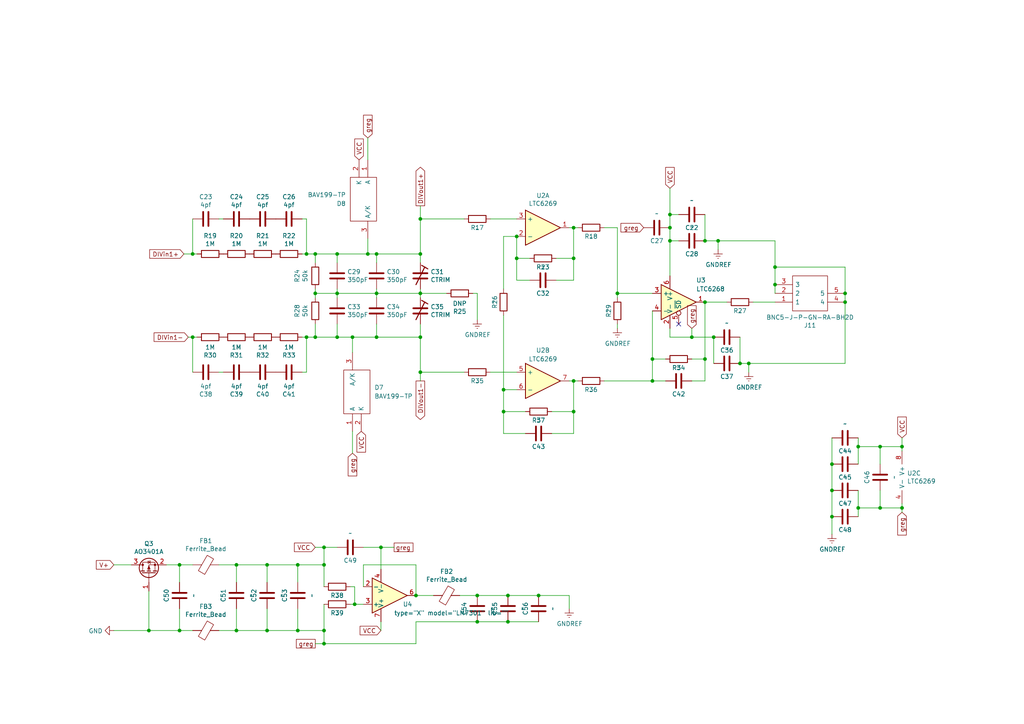
<source format=kicad_sch>
(kicad_sch (version 20211123) (generator eeschema)
  (paper "A4")
  (lib_symbols
    (symbol "BAV199-TP:BAV199-TP" (pin_names (offset 0.762))
      (property "Reference" "D" (at 19.05 7.62 0))
      (property "Value" "BAV199-TP" (at 19.05 5.08 0))
      (symbol "BAV199-TP_0_0"
        (pin passive line (at 0 0 0) (length 5.08) (name "A") (number "1"))
        (pin passive line (at 0 -2.54 0) (length 5.08) (name "K") (number "2"))
        (pin passive line (at 22.86 0 180) (length 5.08) (name "A/K") (number "3"))
      )
      (symbol "BAV199-TP_0_1"
        (polyline (pts (xy 5.08 2.54) (xy 17.78 2.54) (xy 17.78 -5.08) (xy 5.08 -5.08) (xy 5.08 2.54)) (stroke (width 0.1524)))
      )
    )
    (symbol "Device:C" (pin_numbers hide) (pin_names (offset 0.254))
      (property "Reference" "C" (at 0.635 2.54 0))
      (property "Value" "C" (at 0.635 -2.54 0))
      (symbol "C_0_1"
        (polyline (pts (xy -2.032 -0.762) (xy 2.032 -0.762)) (stroke (width 0.508)))
        (polyline (pts (xy -2.032 0.762) (xy 2.032 0.762)) (stroke (width 0.508)))
      )
      (symbol "C_1_1"
        (pin passive line (at 0 3.81 270) (length 2.794) (name "~") (number "1"))
        (pin passive line (at 0 -3.81 90) (length 2.794) (name "~") (number "2"))
      )
    )
    (symbol "Device:R" (pin_numbers hide) (pin_names (offset 0))
      (property "Reference" "R" (at 2.032 0 90))
      (property "Value" "R" (at 0 0 90))
      (symbol "R_0_1"
        (rectangle (start -1.016 -2.54) (end 1.016 2.54) (stroke (width 0.254)))
      )
      (symbol "R_1_1"
        (pin passive line (at 0 3.81 270) (length 1.27) (name "~") (number "1"))
        (pin passive line (at 0 -3.81 90) (length 1.27) (name "~") (number "2"))
      )
    )
    (symbol "Transistor_FET:AO3401A" (pin_names hide)
      (property "Reference" "Q" (at 5.08 1.905 0))
      (property "Value" "AO3401A" (at 5.08 0 0))
      (symbol "AO3401A_0_1"
        (polyline (pts (xy 0.254 0) (xy -2.54 0)))
        (polyline (pts (xy 0.254 1.905) (xy 0.254 -1.905)) (stroke (width 0.254)))
        (polyline (pts (xy 0.762 -1.27) (xy 0.762 -2.286)) (stroke (width 0.254)))
        (polyline (pts (xy 0.762 0.508) (xy 0.762 -0.508)) (stroke (width 0.254)))
        (polyline (pts (xy 0.762 2.286) (xy 0.762 1.27)) (stroke (width 0.254)))
        (polyline (pts (xy 2.54 2.54) (xy 2.54 1.778)))
        (polyline (pts (xy 2.54 -2.54) (xy 2.54 0) (xy 0.762 0)))
        (polyline (pts (xy 0.762 1.778) (xy 3.302 1.778) (xy 3.302 -1.778) (xy 0.762 -1.778)))
        (polyline (pts (xy 2.286 0) (xy 1.27 0.381) (xy 1.27 -0.381) (xy 2.286 0)) (fill (type outline)))
        (polyline (pts (xy 2.794 -0.508) (xy 2.921 -0.381) (xy 3.683 -0.381) (xy 3.81 -0.254)))
        (polyline (pts (xy 3.302 -0.381) (xy 2.921 0.254) (xy 3.683 0.254) (xy 3.302 -0.381)))
        (circle (center 1.651 0) (radius 2.794) (stroke (width 0.254)))
        (circle (center 2.54 -1.778) (radius 0.254) (fill (type outline)))
        (circle (center 2.54 1.778) (radius 0.254) (fill (type outline)))
      )
      (symbol "AO3401A_1_1"
        (pin input line (at -5.08 0 0) (length 2.54) (name "G") (number "1"))
        (pin passive line (at 2.54 -5.08 90) (length 2.54) (name "S") (number "2"))
        (pin passive line (at 2.54 5.08 270) (length 2.54) (name "D") (number "3"))
      )
    )
    (symbol "dad_bob-rescue:BNC5-J-P-GN-RA-BH2D-BNC5-J-P-GN-RA-BH2D" (pin_names (offset 0.762))
      (property "Reference" "J" (at 16.51 7.62 0))
      (property "Value" "BNC5-J-P-GN-RA-BH2D-BNC5-J-P-GN-RA-BH2D" (at 16.51 5.08 0))
      (symbol "BNC5-J-P-GN-RA-BH2D-BNC5-J-P-GN-RA-BH2D_0_0"
        (pin passive line (at 0 0 0) (length 5.08) (name "1") (number "1"))
        (pin passive line (at 0 -2.54 0) (length 5.08) (name "2") (number "2"))
        (pin passive line (at 0 -5.08 0) (length 5.08) (name "3") (number "3"))
        (pin passive line (at 20.32 0 180) (length 5.08) (name "4") (number "4"))
        (pin passive line (at 20.32 -2.54 180) (length 5.08) (name "5") (number "5"))
      )
      (symbol "BNC5-J-P-GN-RA-BH2D-BNC5-J-P-GN-RA-BH2D_0_1"
        (polyline (pts (xy 5.08 2.54) (xy 15.24 2.54) (xy 15.24 -7.62) (xy 5.08 -7.62) (xy 5.08 2.54)) (stroke (width 0.1524)))
      )
    )
    (symbol "dad_bob-rescue:CTRIM-Device" (pin_numbers hide) (pin_names (offset 0.254) hide)
      (property "Reference" "C" (at 1.524 -2.032 0))
      (property "Value" "CTRIM-Device" (at 3.048 -3.556 0))
      (symbol "CTRIM-Device_0_1"
        (polyline (pts (xy -2.032 -0.762) (xy 2.032 -0.762)) (stroke (width 0.508)))
        (polyline (pts (xy -2.032 0.762) (xy 2.032 0.762)) (stroke (width 0.508)))
        (polyline (pts (xy 1.27 2.54) (xy -1.27 -2.54)) (stroke (width 0.3048)))
        (polyline (pts (xy 1.27 2.54) (xy 0.381 3.048)) (stroke (width 0.3048)))
        (polyline (pts (xy 1.27 2.54) (xy 2.159 2.032)) (stroke (width 0.3048)))
      )
      (symbol "CTRIM-Device_1_1"
        (pin passive line (at 0 3.81 270) (length 3.048) (name "~") (number "1"))
        (pin passive line (at 0 -3.81 90) (length 3.048) (name "~") (number "2"))
      )
    )
    (symbol "dad_bob-rescue:Ferrite_Bead-Device" (pin_numbers hide) (pin_names (offset 0))
      (property "Reference" "FB" (at -3.81 0.635 90))
      (property "Value" "Ferrite_Bead-Device" (at 3.81 0 90))
      (symbol "Ferrite_Bead-Device_0_1"
        (polyline (pts (xy 0 -1.27) (xy 0 -1.2192)))
        (polyline (pts (xy 0 1.27) (xy 0 1.2954)))
        (polyline (pts (xy -2.7686 0.4064) (xy -1.7018 2.2606) (xy 2.7686 -0.3048) (xy 1.6764 -2.159) (xy -2.7686 0.4064)))
      )
      (symbol "Ferrite_Bead-Device_1_1"
        (pin passive line (at 0 3.81 270) (length 2.54) (name "~") (number "1"))
        (pin passive line (at 0 -3.81 90) (length 2.54) (name "~") (number "2"))
      )
    )
    (symbol "dad_bob-rescue:LM7301-00_kyuditsky_kicad" (pin_names (offset 0.254))
      (property "Reference" "U" (at 3.81 3.175 0))
      (property "Value" "LM7301-00_kyuditsky_kicad" (at 3.81 -3.175 0))
      (symbol "LM7301-00_kyuditsky_kicad_0_1"
        (polyline (pts (xy 5.08 0) (xy -5.08 5.08) (xy -5.08 -5.08) (xy 5.08 0)) (stroke (width 0.254)) (fill (type background)))
      )
      (symbol "LM7301-00_kyuditsky_kicad_1_1"
        (pin input line (at -7.62 -2.54 0) (length 2.54) (name "-") (number "2"))
        (pin input line (at -7.62 2.54 0) (length 2.54) (name "+") (number "3"))
        (pin power_in line (at -2.54 -7.62 90) (length 3.81) (name "V-") (number "4"))
        (pin output line (at 7.62 0 180) (length 2.54) (name "~") (number "6"))
        (pin power_in line (at -2.54 7.62 270) (length 3.81) (name "V+") (number "7"))
      )
    )
    (symbol "dad_bob-rescue:LTC6268_TSOT-23-Linear_Technology"
      (property "Reference" "U" (at 3.81 5.08 0))
      (property "Value" "LTC6268_TSOT-23-Linear_Technology" (at 3.81 -5.08 0))
      (symbol "LTC6268_TSOT-23-Linear_Technology_0_1"
        (polyline (pts (xy -5.08 5.08) (xy 5.08 0) (xy -5.08 -5.08) (xy -5.08 5.08)) (stroke (width 0.254)) (fill (type background)))
        (pin power_in line (at -2.54 -7.62 90) (length 3.81) (name "V-") (number "2"))
        (pin input inverted (at 0 -6.35 90) (length 3.81) (name "~{SD}") (number "5"))
        (pin power_in line (at -2.54 7.62 270) (length 3.81) (name "V+") (number "6"))
      )
      (symbol "LTC6268_TSOT-23-Linear_Technology_1_1"
        (pin output line (at 7.62 0 180) (length 2.54) (name "~") (number "1"))
        (pin input line (at -7.62 2.54 0) (length 2.54) (name "+") (number "3"))
        (pin input line (at -7.62 -2.54 0) (length 2.54) (name "-") (number "4"))
      )
    )
    (symbol "dad_bob-rescue:Opamp_Dual_Generic-Device"
      (property "Reference" "U" (at 0 5.08 0))
      (property "Value" "Opamp_Dual_Generic-Device" (at 0 -5.08 0))
      (symbol "Opamp_Dual_Generic-Device_1_1"
        (polyline (pts (xy -5.08 5.08) (xy 5.08 0) (xy -5.08 -5.08) (xy -5.08 5.08)) (stroke (width 0.254)) (fill (type background)))
        (pin output line (at 7.62 0 180) (length 2.54) (name "~") (number "1"))
        (pin input line (at -7.62 -2.54 0) (length 2.54) (name "-") (number "2"))
        (pin input line (at -7.62 2.54 0) (length 2.54) (name "+") (number "3"))
      )
      (symbol "Opamp_Dual_Generic-Device_2_1"
        (polyline (pts (xy -5.08 5.08) (xy 5.08 0) (xy -5.08 -5.08) (xy -5.08 5.08)) (stroke (width 0.254)) (fill (type background)))
        (pin input line (at -7.62 2.54 0) (length 2.54) (name "+") (number "5"))
        (pin input line (at -7.62 -2.54 0) (length 2.54) (name "-") (number "6"))
        (pin output line (at 7.62 0 180) (length 2.54) (name "~") (number "7"))
      )
      (symbol "Opamp_Dual_Generic-Device_3_1"
        (pin power_in line (at -2.54 -7.62 90) (length 3.81) (name "V-") (number "4"))
        (pin power_in line (at -2.54 7.62 270) (length 3.81) (name "V+") (number "8"))
      )
    )
    (symbol "power:GND" (power) (pin_names (offset 0))
      (property "Value" "GND" (at 0 -3.81 0))
      (symbol "GND_0_1"
        (polyline (pts (xy 0 0) (xy 0 -1.27) (xy 1.27 -1.27) (xy 0 -2.54) (xy -1.27 -1.27) (xy 0 -1.27)))
      )
      (symbol "GND_1_1"
        (pin power_in line (at 0 0 270) (length 0) hide (name "GND") (number "1"))
      )
    )
    (symbol "power:GNDREF" (power) (pin_names (offset 0))
      (property "Value" "GNDREF" (at 0 -3.81 0))
      (symbol "GNDREF_0_1"
        (polyline (pts (xy -0.635 -1.905) (xy 0.635 -1.905)))
        (polyline (pts (xy -0.127 -2.54) (xy 0.127 -2.54)))
        (polyline (pts (xy 0 -1.27) (xy 0 0)))
        (polyline (pts (xy 1.27 -1.27) (xy -1.27 -1.27)))
      )
      (symbol "GNDREF_1_1"
        (pin power_in line (at 0 0 270) (length 0) hide (name "GNDREF") (number "1"))
      )
    )
  )
  (junction (at 102.87 175.26))
  (junction (at 86.36 163.83))
  (junction (at 110.49 158.75))
  (junction (at 121.92 73.66))
  (junction (at 93.98 182.88))
  (junction (at 91.44 97.79))
  (junction (at 88.9 73.66))
  (junction (at 194.31 66.04))
  (junction (at 91.44 85.09))
  (junction (at 217.17 105.41))
  (junction (at 248.92 147.32))
  (junction (at 77.47 182.88))
  (junction (at 224.79 77.47))
  (junction (at 52.07 182.88))
  (junction (at 245.11 87.63))
  (junction (at 77.47 163.83))
  (junction (at 156.21 172.72))
  (junction (at 204.47 69.85))
  (junction (at 261.62 129.54))
  (junction (at 147.32 172.72))
  (junction (at 93.98 163.83))
  (junction (at 179.07 85.09))
  (junction (at 214.63 105.41))
  (junction (at 241.3 134.62))
  (junction (at 200.66 97.79))
  (junction (at 121.92 63.5))
  (junction (at 55.88 97.79))
  (junction (at 241.3 142.24))
  (junction (at 109.22 85.09))
  (junction (at 147.32 180.34))
  (junction (at 93.98 158.75))
  (junction (at 204.47 87.63))
  (junction (at 88.9 97.79))
  (junction (at 241.3 149.86))
  (junction (at 120.65 172.72))
  (junction (at 138.43 172.72))
  (junction (at 255.27 129.54))
  (junction (at 146.05 119.38))
  (junction (at 109.22 97.79))
  (junction (at 166.37 74.93))
  (junction (at 224.79 82.55))
  (junction (at 97.79 73.66))
  (junction (at 121.92 97.79))
  (junction (at 149.86 74.93))
  (junction (at 91.44 73.66))
  (junction (at 86.36 182.88))
  (junction (at 149.86 68.58))
  (junction (at 194.31 69.85))
  (junction (at 204.47 104.14))
  (junction (at 68.58 163.83))
  (junction (at 43.18 182.88))
  (junction (at 194.31 62.23))
  (junction (at 207.01 97.79))
  (junction (at 255.27 147.32))
  (junction (at 166.37 119.38))
  (junction (at 166.37 110.49))
  (junction (at 97.79 85.09))
  (junction (at 121.92 107.95))
  (junction (at 121.92 85.09))
  (junction (at 102.235 97.79))
  (junction (at 245.11 85.09))
  (junction (at 97.79 97.79))
  (junction (at 109.22 73.66))
  (junction (at 146.05 113.03))
  (junction (at 208.28 69.85))
  (junction (at 166.37 66.04))
  (junction (at 189.23 104.14))
  (junction (at 55.88 73.66))
  (junction (at 138.43 180.34))
  (junction (at 248.92 129.54))
  (junction (at 52.07 163.83))
  (junction (at 189.23 110.49))
  (junction (at 106.68 73.66))
  (junction (at 93.98 186.69))
  (junction (at 68.58 182.88))
  (junction (at 261.62 147.32))
  (no_connect (at 196.85 93.98))
  (wire (pts (xy 208.28 69.85) (xy 224.79 69.85)))
  (wire (pts (xy 86.36 168.91) (xy 86.36 163.83)))
  (wire (pts (xy 106.68 46.355) (xy 106.68 40.005)))
  (wire (pts (xy 245.11 77.47) (xy 245.11 85.09)))
  (wire (pts (xy 196.85 62.23) (xy 194.31 62.23)))
  (wire (pts (xy 166.37 110.49) (xy 166.37 119.38)))
  (wire (pts (xy 261.62 147.32) (xy 261.62 146.05)))
  (wire (pts (xy 91.44 97.79) (xy 97.79 97.79)))
  (wire (pts (xy 146.05 125.73) (xy 152.4 125.73)))
  (wire (pts (xy 255.27 129.54) (xy 248.92 129.54)))
  (wire (pts (xy 224.79 85.09) (xy 224.79 82.55)))
  (wire (pts (xy 200.66 97.79) (xy 207.01 97.79)))
  (wire (pts (xy 204.47 87.63) (xy 210.82 87.63)))
  (wire (pts (xy 156.21 172.72) (xy 165.1 172.72)))
  (wire (pts (xy 241.3 134.62) (xy 241.3 127)))
  (wire (pts (xy 149.86 68.58) (xy 149.86 74.93)))
  (wire (pts (xy 109.22 85.09) (xy 109.22 86.36)))
  (wire (pts (xy 194.31 62.23) (xy 194.31 66.04)))
  (wire (pts (xy 52.07 182.88) (xy 55.88 182.88)))
  (wire (pts (xy 146.05 68.58) (xy 149.86 68.58)))
  (wire (pts (xy 121.92 63.5) (xy 134.62 63.5)))
  (wire (pts (xy 214.63 97.79) (xy 214.63 105.41)))
  (wire (pts (xy 109.22 85.09) (xy 121.92 85.09)))
  (wire (pts (xy 97.79 97.79) (xy 102.235 97.79)))
  (wire (pts (xy 200.66 104.14) (xy 204.47 104.14)))
  (wire (pts (xy 149.86 74.93) (xy 153.67 74.93)))
  (wire (pts (xy 142.24 107.95) (xy 149.86 107.95)))
  (wire (pts (xy 77.47 176.53) (xy 77.47 182.88)))
  (wire (pts (xy 194.31 66.04) (xy 194.31 69.85)))
  (wire (pts (xy 179.07 66.04) (xy 179.07 85.09)))
  (wire (pts (xy 241.3 149.86) (xy 241.3 142.24)))
  (wire (pts (xy 102.235 125.095) (xy 102.235 131.445)))
  (wire (pts (xy 133.35 172.72) (xy 138.43 172.72)))
  (wire (pts (xy 204.47 69.85) (xy 208.28 69.85)))
  (wire (pts (xy 102.87 170.18) (xy 102.87 175.26)))
  (wire (pts (xy 166.37 74.93) (xy 166.37 81.28)))
  (wire (pts (xy 121.92 97.79) (xy 109.22 97.79)))
  (wire (pts (xy 138.43 172.72) (xy 147.32 172.72)))
  (wire (pts (xy 189.23 85.09) (xy 179.07 85.09)))
  (wire (pts (xy 224.79 82.55) (xy 224.79 77.47)))
  (wire (pts (xy 248.92 142.24) (xy 248.92 147.32)))
  (wire (pts (xy 261.62 148.59) (xy 261.62 147.32)))
  (wire (pts (xy 68.58 168.91) (xy 68.58 163.83)))
  (wire (pts (xy 146.05 119.38) (xy 152.4 119.38)))
  (wire (pts (xy 120.65 172.72) (xy 125.73 172.72)))
  (wire (pts (xy 33.02 163.83) (xy 38.1 163.83)))
  (wire (pts (xy 166.37 66.04) (xy 167.64 66.04)))
  (wire (pts (xy 52.07 163.83) (xy 48.26 163.83)))
  (wire (pts (xy 55.88 73.66) (xy 57.15 73.66)))
  (wire (pts (xy 138.43 180.34) (xy 120.65 180.34)))
  (wire (pts (xy 55.88 97.79) (xy 54.61 97.79)))
  (wire (pts (xy 248.92 129.54) (xy 248.92 134.62)))
  (wire (pts (xy 55.88 97.79) (xy 57.15 97.79)))
  (wire (pts (xy 121.92 83.82) (xy 121.92 85.09)))
  (wire (pts (xy 204.47 87.63) (xy 204.47 104.14)))
  (wire (pts (xy 88.9 97.79) (xy 91.44 97.79)))
  (wire (pts (xy 255.27 134.62) (xy 255.27 129.54)))
  (wire (pts (xy 91.44 76.2) (xy 91.44 73.66)))
  (wire (pts (xy 165.1 66.04) (xy 166.37 66.04)))
  (wire (pts (xy 110.49 158.75) (xy 110.49 165.1)))
  (wire (pts (xy 93.98 182.88) (xy 93.98 175.26)))
  (wire (pts (xy 147.32 180.34) (xy 138.43 180.34)))
  (wire (pts (xy 175.26 66.04) (xy 179.07 66.04)))
  (wire (pts (xy 179.07 95.25) (xy 179.07 93.98)))
  (wire (pts (xy 217.17 107.95) (xy 217.17 105.41)))
  (wire (pts (xy 200.66 97.79) (xy 200.66 95.25)))
  (wire (pts (xy 138.43 85.09) (xy 137.16 85.09)))
  (wire (pts (xy 88.9 73.66) (xy 87.63 73.66)))
  (wire (pts (xy 86.36 182.88) (xy 93.98 182.88)))
  (wire (pts (xy 43.18 171.45) (xy 43.18 182.88)))
  (wire (pts (xy 166.37 125.73) (xy 160.02 125.73)))
  (wire (pts (xy 120.65 180.34) (xy 120.65 186.69)))
  (wire (pts (xy 68.58 182.88) (xy 77.47 182.88)))
  (wire (pts (xy 88.9 97.79) (xy 87.63 97.79)))
  (wire (pts (xy 121.92 59.69) (xy 121.92 63.5)))
  (wire (pts (xy 121.92 73.66) (xy 121.92 63.5)))
  (wire (pts (xy 121.92 85.09) (xy 121.92 86.36)))
  (wire (pts (xy 97.79 158.75) (xy 93.98 158.75)))
  (wire (pts (xy 102.235 97.79) (xy 102.235 102.235)))
  (wire (pts (xy 121.92 76.2) (xy 121.92 73.66)))
  (wire (pts (xy 261.62 127) (xy 261.62 129.54)))
  (wire (pts (xy 146.05 83.82) (xy 146.05 68.58)))
  (wire (pts (xy 146.05 91.44) (xy 146.05 113.03)))
  (wire (pts (xy 245.11 105.41) (xy 245.11 87.63)))
  (wire (pts (xy 121.92 73.66) (xy 109.22 73.66)))
  (wire (pts (xy 149.86 81.28) (xy 153.67 81.28)))
  (wire (pts (xy 97.79 85.09) (xy 91.44 85.09)))
  (wire (pts (xy 121.92 107.95) (xy 134.62 107.95)))
  (wire (pts (xy 52.07 176.53) (xy 52.07 182.88)))
  (wire (pts (xy 109.22 85.09) (xy 97.79 85.09)))
  (wire (pts (xy 86.36 176.53) (xy 86.36 182.88)))
  (wire (pts (xy 245.11 85.09) (xy 245.11 87.63)))
  (wire (pts (xy 86.36 163.83) (xy 93.98 163.83)))
  (wire (pts (xy 63.5 182.88) (xy 68.58 182.88)))
  (wire (pts (xy 156.21 180.34) (xy 147.32 180.34)))
  (wire (pts (xy 194.31 69.85) (xy 194.31 80.01)))
  (wire (pts (xy 109.22 83.82) (xy 109.22 85.09)))
  (wire (pts (xy 63.5 163.83) (xy 68.58 163.83)))
  (wire (pts (xy 121.92 107.95) (xy 121.92 97.79)))
  (wire (pts (xy 166.37 81.28) (xy 161.29 81.28)))
  (wire (pts (xy 208.28 69.85) (xy 208.28 72.39)))
  (wire (pts (xy 241.3 154.94) (xy 241.3 149.86)))
  (wire (pts (xy 193.04 110.49) (xy 189.23 110.49)))
  (wire (pts (xy 261.62 129.54) (xy 261.62 130.81)))
  (wire (pts (xy 207.01 97.79) (xy 207.01 105.41)))
  (wire (pts (xy 77.47 163.83) (xy 86.36 163.83)))
  (wire (pts (xy 93.98 186.69) (xy 120.65 186.69)))
  (wire (pts (xy 146.05 113.03) (xy 149.86 113.03)))
  (wire (pts (xy 165.1 172.72) (xy 165.1 176.53)))
  (wire (pts (xy 121.92 107.95) (xy 121.92 110.49)))
  (wire (pts (xy 91.44 93.98) (xy 91.44 97.79)))
  (wire (pts (xy 217.17 105.41) (xy 214.63 105.41)))
  (wire (pts (xy 224.79 77.47) (xy 245.11 77.47)))
  (wire (pts (xy 105.41 163.83) (xy 120.65 163.83)))
  (wire (pts (xy 88.9 73.66) (xy 88.9 63.5)))
  (wire (pts (xy 33.02 182.88) (xy 43.18 182.88)))
  (wire (pts (xy 91.44 85.09) (xy 91.44 86.36)))
  (wire (pts (xy 248.92 147.32) (xy 248.92 149.86)))
  (wire (pts (xy 63.5 107.95) (xy 64.77 107.95)))
  (wire (pts (xy 43.18 182.88) (xy 52.07 182.88)))
  (wire (pts (xy 91.44 186.69) (xy 93.98 186.69)))
  (wire (pts (xy 77.47 182.88) (xy 86.36 182.88)))
  (wire (pts (xy 52.07 163.83) (xy 55.88 163.83)))
  (wire (pts (xy 218.44 87.63) (xy 224.79 87.63)))
  (wire (pts (xy 160.02 119.38) (xy 166.37 119.38)))
  (wire (pts (xy 102.235 97.79) (xy 109.22 97.79)))
  (wire (pts (xy 120.65 163.83) (xy 120.65 172.72)))
  (wire (pts (xy 68.58 163.83) (xy 77.47 163.83)))
  (wire (pts (xy 204.47 62.23) (xy 204.47 69.85)))
  (wire (pts (xy 166.37 66.04) (xy 166.37 74.93)))
  (wire (pts (xy 53.34 73.66) (xy 55.88 73.66)))
  (wire (pts (xy 166.37 119.38) (xy 166.37 125.73)))
  (wire (pts (xy 88.9 63.5) (xy 87.63 63.5)))
  (wire (pts (xy 77.47 163.83) (xy 77.47 168.91)))
  (wire (pts (xy 97.79 93.98) (xy 97.79 97.79)))
  (wire (pts (xy 193.04 104.14) (xy 189.23 104.14)))
  (wire (pts (xy 91.44 73.66) (xy 97.79 73.66)))
  (wire (pts (xy 196.85 69.85) (xy 194.31 69.85)))
  (wire (pts (xy 106.68 73.66) (xy 109.22 73.66)))
  (wire (pts (xy 87.63 107.95) (xy 88.9 107.95)))
  (wire (pts (xy 110.49 182.88) (xy 110.49 180.34)))
  (wire (pts (xy 97.79 73.66) (xy 106.68 73.66)))
  (wire (pts (xy 91.44 158.75) (xy 93.98 158.75)))
  (wire (pts (xy 194.31 95.25) (xy 194.31 97.79)))
  (wire (pts (xy 121.92 93.98) (xy 121.92 97.79)))
  (wire (pts (xy 97.79 83.82) (xy 97.79 85.09)))
  (wire (pts (xy 255.27 147.32) (xy 248.92 147.32)))
  (wire (pts (xy 179.07 85.09) (xy 179.07 86.36)))
  (wire (pts (xy 194.31 54.61) (xy 194.31 62.23)))
  (wire (pts (xy 102.87 175.26) (xy 105.41 175.26)))
  (wire (pts (xy 166.37 110.49) (xy 167.64 110.49)))
  (wire (pts (xy 121.92 85.09) (xy 129.54 85.09)))
  (wire (pts (xy 105.41 158.75) (xy 110.49 158.75)))
  (wire (pts (xy 175.26 110.49) (xy 189.23 110.49)))
  (wire (pts (xy 93.98 163.83) (xy 93.98 170.18)))
  (wire (pts (xy 106.68 69.215) (xy 106.68 73.66)))
  (wire (pts (xy 101.6 175.26) (xy 102.87 175.26)))
  (wire (pts (xy 146.05 113.03) (xy 146.05 119.38)))
  (wire (pts (xy 91.44 83.82) (xy 91.44 85.09)))
  (wire (pts (xy 52.07 168.91) (xy 52.07 163.83)))
  (wire (pts (xy 93.98 158.75) (xy 93.98 163.83)))
  (wire (pts (xy 93.98 186.69) (xy 93.98 182.88)))
  (wire (pts (xy 224.79 69.85) (xy 224.79 77.47)))
  (wire (pts (xy 165.1 110.49) (xy 166.37 110.49)))
  (wire (pts (xy 97.79 76.2) (xy 97.79 73.66)))
  (wire (pts (xy 55.88 63.5) (xy 55.88 73.66)))
  (wire (pts (xy 109.22 76.2) (xy 109.22 73.66)))
  (wire (pts (xy 55.88 107.95) (xy 55.88 97.79)))
  (wire (pts (xy 146.05 119.38) (xy 146.05 125.73)))
  (wire (pts (xy 194.31 97.79) (xy 200.66 97.79)))
  (wire (pts (xy 88.9 73.66) (xy 91.44 73.66)))
  (wire (pts (xy 68.58 176.53) (xy 68.58 182.88)))
  (wire (pts (xy 217.17 105.41) (xy 245.11 105.41)))
  (wire (pts (xy 248.92 127) (xy 248.92 129.54)))
  (wire (pts (xy 149.86 74.93) (xy 149.86 81.28)))
  (wire (pts (xy 101.6 170.18) (xy 102.87 170.18)))
  (wire (pts (xy 241.3 142.24) (xy 241.3 134.62)))
  (wire (pts (xy 161.29 74.93) (xy 166.37 74.93)))
  (wire (pts (xy 189.23 90.17) (xy 189.23 104.14)))
  (wire (pts (xy 88.9 107.95) (xy 88.9 97.79)))
  (wire (pts (xy 189.23 104.14) (xy 189.23 110.49)))
  (wire (pts (xy 64.77 63.5) (xy 63.5 63.5)))
  (wire (pts (xy 109.22 93.98) (xy 109.22 97.79)))
  (wire (pts (xy 204.47 104.14) (xy 204.47 110.49)))
  (wire (pts (xy 138.43 92.71) (xy 138.43 85.09)))
  (wire (pts (xy 255.27 129.54) (xy 261.62 129.54)))
  (wire (pts (xy 110.49 158.75) (xy 114.3 158.75)))
  (wire (pts (xy 147.32 172.72) (xy 156.21 172.72)))
  (wire (pts (xy 255.27 147.32) (xy 261.62 147.32)))
  (wire (pts (xy 105.41 170.18) (xy 105.41 163.83)))
  (wire (pts (xy 255.27 142.24) (xy 255.27 147.32)))
  (wire (pts (xy 204.47 110.49) (xy 200.66 110.49)))
  (wire (pts (xy 97.79 85.09) (xy 97.79 86.36)))
  (wire (pts (xy 149.86 63.5) (xy 142.24 63.5)))
  (global_label "V+" (shape input) (at 33.02 163.83 180) (property "Intersheet References" "${INTERSHEET_REFS}" (effects hide)))
  (global_label "greg" (shape input) (at 106.68 40.005 90) (property "Intersheet References" "${INTERSHEET_REFS}" (effects hide)))
  (global_label "VCC" (shape input) (at 104.775 125.095 270) (property "Intersheet References" "${INTERSHEET_REFS}" (effects hide)))
  (global_label "greg" (shape passive) (at 91.44 186.69 180) (property "Intersheet References" "${INTERSHEET_REFS}" (effects hide)))
  (global_label "VCC" (shape input) (at 104.14 46.355 90) (property "Intersheet References" "${INTERSHEET_REFS}" (effects hide)))
  (global_label "DIVin1+" (shape input) (at 53.34 73.66 180) (property "Intersheet References" "${INTERSHEET_REFS}" (effects hide)))
  (global_label "VCC" (shape input) (at 194.31 54.61 90) (property "Intersheet References" "${INTERSHEET_REFS}" (effects hide)))
  (global_label "VCC" (shape input) (at 261.62 127 90) (property "Intersheet References" "${INTERSHEET_REFS}" (effects hide)))
  (global_label "greg" (shape input) (at 102.235 131.445 270) (property "Intersheet References" "${INTERSHEET_REFS}" (effects hide)))
  (global_label "DIVout1+" (shape output) (at 121.92 59.69 90) (property "Intersheet References" "${INTERSHEET_REFS}" (effects hide)))
  (global_label "greg" (shape input) (at 200.66 95.25 90) (property "Intersheet References" "${INTERSHEET_REFS}" (effects hide)))
  (global_label "greg" (shape input) (at 186.69 66.04 180) (property "Intersheet References" "${INTERSHEET_REFS}" (effects hide)))
  (global_label "DIVin1-" (shape input) (at 54.61 97.79 180) (property "Intersheet References" "${INTERSHEET_REFS}" (effects hide)))
  (global_label "DIVout1-" (shape output) (at 121.92 110.49 270) (property "Intersheet References" "${INTERSHEET_REFS}" (effects hide)))
  (global_label "greg" (shape input) (at 261.62 148.59 270) (property "Intersheet References" "${INTERSHEET_REFS}" (effects hide)))
  (global_label "VCC" (shape input) (at 91.44 158.75 180) (property "Intersheet References" "${INTERSHEET_REFS}" (effects hide)))
  (global_label "greg" (shape passive) (at 114.3 158.75 0) (property "Intersheet References" "${INTERSHEET_REFS}" (effects hide)))
  (global_label "VCC" (shape input) (at 110.49 182.88 180) (property "Intersheet References" "${INTERSHEET_REFS}" (effects hide)))
  (symbol (lib_id "dad_bob-rescue:CTRIM-Device") (at 121.92 90.17 0) (unit 1)
    (property "Reference" "C35" (at 124.8664 89.0016 0) (effects (justify left)))
    (property "Value" "CTRIM" (at 124.8664 91.313 0) (effects (justify left)))
    (property "Footprint" "Capacitor_SMD:C_Trimmer_Voltronics_JQ" (effects hide))
  )
  (symbol (lib_id "dad_bob-rescue:CTRIM-Device") (at 121.92 80.01 0) (unit 1)
    (property "Reference" "C31" (at 124.8664 78.8416 0) (effects (justify left)))
    (property "Value" "CTRIM" (at 124.8664 81.153 0) (effects (justify left)))
    (property "Footprint" "Capacitor_SMD:C_Trimmer_Voltronics_JQ" (effects hide))
  )
  (symbol (lib_id "Transistor_FET:AO3401A") (at 43.18 166.37 90) (unit 1)
    (property "Reference" "Q3" (at 43.18 157.6832 90))
    (property "Value" "AO3401A" (at 43.18 159.9946 90))
    (property "Footprint" "Package_TO_SOT_SMD:SOT-23" (effects hide))
    (property "Datasheet" "http://www.aosmd.com/pdfs/datasheet/AO3401A.pdf" (effects hide))
  )
  (symbol (lib_id "dad_bob-rescue:LM7301-00_kyuditsky_kicad") (at 113.03 172.72 0) (mirror x) (unit 1)
    (property "Reference" "U4" (at 116.84 175.26 0) (effects (justify left)))
    (property "Value" "LM7301" (at 114.3 177.8 0) (effects (justify left)))
    (property "Footprint" "LTC6269:SOP65P490X110-9N" (effects hide))
    (property "Datasheet" "https://www.analog.com/media/en/technical-documentation/data-sheets/62689f.pdf" (effects hide))
    (property "Spice_Netlist_Enabled" "Y" (effects hide))
    (property "Spice_Primitive" "X" (effects hide))
  )
  (symbol (lib_id "Device:C") (at 52.07 172.72 180) (unit 1)
    (property "Reference" "C50" (at 48.26 172.72 90))
    (property "Value" "~" (at 56.1594 172.72 90))
    (property "Footprint" "Capacitor_SMD:C_0805_2012Metric_Pad1.15x1.40mm_HandSolder" (effects hide))
  )
  (symbol (lib_id "Device:C") (at 68.58 172.72 180) (unit 1)
    (property "Reference" "C51" (at 64.77 172.72 90))
    (property "Value" "~" (at 72.6694 172.72 90))
    (property "Footprint" "Capacitor_SMD:C_0805_2012Metric_Pad1.15x1.40mm_HandSolder" (effects hide))
  )
  (symbol (lib_id "Device:C") (at 77.47 172.72 180) (unit 1)
    (property "Reference" "C52" (at 73.66 172.72 90))
    (property "Value" "~" (at 81.5594 172.72 90))
    (property "Footprint" "Capacitor_SMD:C_0805_2012Metric_Pad1.15x1.40mm_HandSolder" (effects hide))
  )
  (symbol (lib_id "Device:C") (at 86.36 172.72 180) (unit 1)
    (property "Reference" "C53" (at 82.55 172.72 90))
    (property "Value" "~" (at 90.4494 172.72 90))
    (property "Footprint" "Capacitor_SMD:C_0805_2012Metric_Pad1.15x1.40mm_HandSolder" (effects hide))
  )
  (symbol (lib_id "dad_bob-rescue:Ferrite_Bead-Device") (at 59.69 163.83 270) (unit 1)
    (property "Reference" "FB1" (at 59.69 156.8704 90))
    (property "Value" "Ferrite_Bead" (at 59.69 159.1818 90))
    (property "Footprint" "Resistor_SMD:R_0805_2012Metric_Pad1.20x1.40mm_HandSolder" (effects hide))
  )
  (symbol (lib_id "dad_bob-rescue:Ferrite_Bead-Device") (at 59.69 182.88 270) (unit 1)
    (property "Reference" "FB3" (at 59.69 175.9204 90))
    (property "Value" "Ferrite_Bead" (at 59.69 178.2318 90))
    (property "Footprint" "Resistor_SMD:R_0805_2012Metric_Pad1.20x1.40mm_HandSolder" (effects hide))
  )
  (symbol (lib_id "Device:R") (at 97.79 170.18 270) (unit 1)
    (property "Reference" "R38" (at 97.79 172.72 90))
    (property "Value" "~" (at 97.79 173.1264 90))
    (property "Footprint" "Resistor_SMD:R_0805_2012Metric_Pad1.15x1.40mm_HandSolder" (effects hide))
  )
  (symbol (lib_id "Device:R") (at 97.79 175.26 270) (unit 1)
    (property "Reference" "R39" (at 97.79 177.8 90))
    (property "Value" "~" (at 97.79 178.2064 90))
    (property "Footprint" "Resistor_SMD:R_0805_2012Metric_Pad1.15x1.40mm_HandSolder" (effects hide))
  )
  (symbol (lib_id "Device:C") (at 101.6 158.75 270) (unit 1)
    (property "Reference" "C49" (at 101.6 162.56 90))
    (property "Value" "~" (at 101.6 154.6606 90))
    (property "Footprint" "Capacitor_SMD:C_0805_2012Metric_Pad1.15x1.40mm_HandSolder" (effects hide))
  )
  (symbol (lib_id "dad_bob-rescue:Ferrite_Bead-Device") (at 129.54 172.72 270) (unit 1)
    (property "Reference" "FB2" (at 129.54 165.7604 90))
    (property "Value" "Ferrite_Bead" (at 129.54 168.0718 90))
    (property "Footprint" "Resistor_SMD:R_0805_2012Metric_Pad1.20x1.40mm_HandSolder" (effects hide))
  )
  (symbol (lib_id "Device:C") (at 138.43 176.53 180) (unit 1)
    (property "Reference" "C54" (at 134.62 176.53 90))
    (property "Value" "~" (at 142.5194 176.53 90))
    (property "Footprint" "Capacitor_SMD:C_0805_2012Metric_Pad1.15x1.40mm_HandSolder" (effects hide))
  )
  (symbol (lib_id "Device:C") (at 147.32 176.53 180) (unit 1)
    (property "Reference" "C55" (at 143.51 176.53 90))
    (property "Value" "~" (at 151.4094 176.53 90))
    (property "Footprint" "Capacitor_SMD:C_0805_2012Metric_Pad1.15x1.40mm_HandSolder" (effects hide))
  )
  (symbol (lib_id "Device:C") (at 156.21 176.53 180) (unit 1)
    (property "Reference" "C56" (at 152.4 176.53 90))
    (property "Value" "~" (at 160.2994 176.53 90))
    (property "Footprint" "Capacitor_SMD:C_0805_2012Metric_Pad1.15x1.40mm_HandSolder" (effects hide))
  )
  (symbol (lib_id "Device:R") (at 68.58 73.66 90) (unit 1)
    (property "Reference" "R20" (at 68.58 68.4022 90))
    (property "Value" "1M" (at 68.58 70.7136 90))
    (property "Footprint" "Resistor_SMD:R_0805_2012Metric_Pad1.15x1.40mm_HandSolder" (effects hide))
  )
  (symbol (lib_id "Device:R") (at 76.2 73.66 90) (unit 1)
    (property "Reference" "R21" (at 76.2 68.4022 90))
    (property "Value" "1M" (at 76.2 70.7136 90))
    (property "Footprint" "Resistor_SMD:R_0805_2012Metric_Pad1.15x1.40mm_HandSolder" (effects hide))
  )
  (symbol (lib_id "Device:R") (at 83.82 73.66 90) (unit 1)
    (property "Reference" "R22" (at 83.82 68.4022 90))
    (property "Value" "1M" (at 83.82 70.7136 90))
    (property "Footprint" "Resistor_SMD:R_0805_2012Metric_Pad1.15x1.40mm_HandSolder" (effects hide))
  )
  (symbol (lib_id "Device:R") (at 91.44 80.01 180) (unit 1)
    (property "Reference" "R24" (at 86.1822 80.01 90))
    (property "Value" "50k" (at 88.4936 80.01 90))
    (property "Footprint" "Resistor_SMD:R_0805_2012Metric_Pad1.15x1.40mm_HandSolder" (effects hide))
  )
  (symbol (lib_id "Device:R") (at 133.35 85.09 270) (unit 1)
    (property "Reference" "R25" (at 133.35 90.3478 90))
    (property "Value" "DNP" (at 133.35 88.0364 90))
    (property "Footprint" "Resistor_SMD:R_0805_2012Metric_Pad1.15x1.40mm_HandSolder" (effects hide))
  )
  (symbol (lib_id "Device:R") (at 83.82 97.79 270) (unit 1)
    (property "Reference" "R33" (at 83.82 103.0478 90))
    (property "Value" "1M" (at 83.82 100.7364 90))
    (property "Footprint" "Resistor_SMD:R_0805_2012Metric_Pad1.15x1.40mm_HandSolder" (effects hide))
  )
  (symbol (lib_id "Device:R") (at 76.2 97.79 270) (unit 1)
    (property "Reference" "R32" (at 76.2 103.0478 90))
    (property "Value" "1M" (at 76.2 100.7364 90))
    (property "Footprint" "Resistor_SMD:R_0805_2012Metric_Pad1.15x1.40mm_HandSolder" (effects hide))
  )
  (symbol (lib_id "Device:R") (at 68.58 97.79 270) (unit 1)
    (property "Reference" "R31" (at 68.58 103.0478 90))
    (property "Value" "1M" (at 68.58 100.7364 90))
    (property "Footprint" "Resistor_SMD:R_0805_2012Metric_Pad1.15x1.40mm_HandSolder" (effects hide))
  )
  (symbol (lib_id "Device:C") (at 83.82 63.5 270) (unit 1)
    (property "Reference" "C26" (at 83.82 57.0992 90))
    (property "Value" "4pf" (at 83.82 59.4106 90))
    (property "Footprint" "Capacitor_SMD:C_0805_2012Metric_Pad1.15x1.40mm_HandSolder" (effects hide))
  )
  (symbol (lib_id "Device:C") (at 76.2 63.5 270) (unit 1)
    (property "Reference" "C25" (at 76.2 57.0992 90))
    (property "Value" "4pf" (at 76.2 59.4106 90))
    (property "Footprint" "Capacitor_SMD:C_0805_2012Metric_Pad1.15x1.40mm_HandSolder" (effects hide))
  )
  (symbol (lib_id "Device:C") (at 68.58 63.5 270) (unit 1)
    (property "Reference" "C24" (at 68.58 57.0992 90))
    (property "Value" "4pf" (at 68.58 59.4106 90))
    (property "Footprint" "Capacitor_SMD:C_0805_2012Metric_Pad1.15x1.40mm_HandSolder" (effects hide))
  )
  (symbol (lib_id "Device:C") (at 97.79 80.01 180) (unit 1)
    (property "Reference" "C29" (at 100.711 78.8416 0) (effects (justify right)))
    (property "Value" "350pF" (at 100.711 81.153 0) (effects (justify right)))
    (property "Footprint" "Capacitor_SMD:C_0805_2012Metric_Pad1.15x1.40mm_HandSolder" (effects hide))
  )
  (symbol (lib_id "Device:C") (at 109.22 80.01 180) (unit 1)
    (property "Reference" "C30" (at 112.141 78.8416 0) (effects (justify right)))
    (property "Value" "350pF" (at 112.141 81.153 0) (effects (justify right)))
    (property "Footprint" "Capacitor_SMD:C_0805_2012Metric_Pad1.15x1.40mm_HandSolder" (effects hide))
  )
  (symbol (lib_id "Device:R") (at 91.44 90.17 180) (unit 1)
    (property "Reference" "R28" (at 86.1822 90.17 90))
    (property "Value" "50k" (at 88.4936 90.17 90))
    (property "Footprint" "Resistor_SMD:R_0805_2012Metric_Pad1.15x1.40mm_HandSolder" (effects hide))
  )
  (symbol (lib_id "Device:C") (at 97.79 90.17 180) (unit 1)
    (property "Reference" "C33" (at 100.711 89.0016 0) (effects (justify right)))
    (property "Value" "350pF" (at 100.711 91.313 0) (effects (justify right)))
    (property "Footprint" "Capacitor_SMD:C_0805_2012Metric_Pad1.15x1.40mm_HandSolder" (effects hide))
  )
  (symbol (lib_id "Device:C") (at 68.58 107.95 90) (unit 1)
    (property "Reference" "C39" (at 68.58 114.3508 90))
    (property "Value" "4pf" (at 68.58 112.0394 90))
    (property "Footprint" "Capacitor_SMD:C_0805_2012Metric_Pad1.15x1.40mm_HandSolder" (effects hide))
  )
  (symbol (lib_id "Device:C") (at 76.2 107.95 90) (unit 1)
    (property "Reference" "C40" (at 76.2 114.3508 90))
    (property "Value" "4pf" (at 76.2 112.0394 90))
    (property "Footprint" "Capacitor_SMD:C_0805_2012Metric_Pad1.15x1.40mm_HandSolder" (effects hide))
  )
  (symbol (lib_id "Device:C") (at 83.82 107.95 90) (unit 1)
    (property "Reference" "C41" (at 83.82 114.3508 90))
    (property "Value" "4pf" (at 83.82 112.0394 90))
    (property "Footprint" "Capacitor_SMD:C_0805_2012Metric_Pad1.15x1.40mm_HandSolder" (effects hide))
  )
  (symbol (lib_id "Device:C") (at 109.22 90.17 180) (unit 1)
    (property "Reference" "C34" (at 112.141 89.0016 0) (effects (justify right)))
    (property "Value" "350pF" (at 112.141 91.313 0) (effects (justify right)))
    (property "Footprint" "Capacitor_SMD:C_0805_2012Metric_Pad1.15x1.40mm_HandSolder" (effects hide))
  )
  (symbol (lib_id "Device:R") (at 60.96 73.66 90) (unit 1)
    (property "Reference" "R19" (at 60.96 68.4022 90))
    (property "Value" "1M" (at 60.96 70.7136 90))
    (property "Footprint" "Resistor_SMD:R_0805_2012Metric_Pad1.15x1.40mm_HandSolder" (effects hide))
  )
  (symbol (lib_id "Device:R") (at 60.96 97.79 270) (unit 1)
    (property "Reference" "R30" (at 60.96 103.0478 90))
    (property "Value" "1M" (at 60.96 100.7364 90))
    (property "Footprint" "Resistor_SMD:R_0805_2012Metric_Pad1.15x1.40mm_HandSolder" (effects hide))
  )
  (symbol (lib_id "Device:C") (at 59.69 107.95 90) (unit 1)
    (property "Reference" "C38" (at 59.69 114.3508 90))
    (property "Value" "4pf" (at 59.69 112.0394 90))
    (property "Footprint" "Capacitor_SMD:C_0805_2012Metric_Pad1.15x1.40mm_HandSolder" (effects hide))
  )
  (symbol (lib_id "Device:C") (at 59.69 63.5 270) (unit 1)
    (property "Reference" "C23" (at 59.69 57.0992 90))
    (property "Value" "4pf" (at 59.69 59.4106 90))
    (property "Footprint" "Capacitor_SMD:C_0805_2012Metric_Pad1.15x1.40mm_HandSolder" (effects hide))
  )
  (symbol (lib_id "dad_bob-rescue:Opamp_Dual_Generic-Device") (at 157.48 66.04 0) (unit 1)
    (property "Reference" "U2" (at 157.48 56.7182 0))
    (property "Value" "LTC6269" (at 157.48 59.0296 0))
    (property "Footprint" "LTC6269:SOP65P490X110-9N" (effects hide))
    (property "Datasheet" "https://www.analog.com/media/en/technical-documentation/data-sheets/62689f.pdf" (effects hide))
  )
  (symbol (lib_id "dad_bob-rescue:Opamp_Dual_Generic-Device") (at 157.48 110.49 0) (unit 2)
    (property "Reference" "U2" (at 157.48 101.6 0))
    (property "Value" "LTC6269" (at 157.48 104.14 0))
    (property "Footprint" "LTC6269:SOP65P490X110-9N" (effects hide))
    (property "Datasheet" "https://www.analog.com/media/en/technical-documentation/data-sheets/62689f.pdf" (effects hide))
  )
  (symbol (lib_id "dad_bob-rescue:Opamp_Dual_Generic-Device") (at 264.16 138.43 0) (unit 3)
    (property "Reference" "U2" (at 263.0932 137.2616 0) (effects (justify left)))
    (property "Value" "LTC6269" (at 263.0932 139.573 0) (effects (justify left)))
    (property "Footprint" "LTC6269:SOP65P490X110-9N" (effects hide))
    (property "Datasheet" "https://www.analog.com/media/en/technical-documentation/data-sheets/62689f.pdf" (effects hide))
  )
  (symbol (lib_id "Device:R") (at 138.43 63.5 270) (unit 1)
    (property "Reference" "R17" (at 138.43 66.04 90))
    (property "Value" "~" (at 138.43 66.4464 90))
    (property "Footprint" "Resistor_SMD:R_0805_2012Metric_Pad1.15x1.40mm_HandSolder" (effects hide))
  )
  (symbol (lib_id "Device:R") (at 138.43 107.95 270) (unit 1)
    (property "Reference" "R35" (at 138.43 110.49 90))
    (property "Value" "~" (at 138.43 110.8964 90))
    (property "Footprint" "Resistor_SMD:R_0805_2012Metric_Pad1.15x1.40mm_HandSolder" (effects hide))
  )
  (symbol (lib_id "Device:R") (at 157.48 74.93 270) (unit 1)
    (property "Reference" "R23" (at 157.48 77.47 90))
    (property "Value" "~" (at 157.48 77.8764 90))
    (property "Footprint" "Resistor_SMD:R_0805_2012Metric_Pad1.15x1.40mm_HandSolder" (effects hide))
  )
  (symbol (lib_id "Device:C") (at 157.48 81.28 270) (unit 1)
    (property "Reference" "C32" (at 157.48 85.09 90))
    (property "Value" "~" (at 157.48 77.1906 90))
    (property "Footprint" "Capacitor_SMD:C_0805_2012Metric_Pad1.15x1.40mm_HandSolder" (effects hide))
  )
  (symbol (lib_id "Device:C") (at 156.21 125.73 270) (unit 1)
    (property "Reference" "C43" (at 156.21 129.54 90))
    (property "Value" "~" (at 156.21 121.6406 90))
    (property "Footprint" "Capacitor_SMD:C_0805_2012Metric_Pad1.15x1.40mm_HandSolder" (effects hide))
  )
  (symbol (lib_id "Device:R") (at 156.21 119.38 270) (unit 1)
    (property "Reference" "R37" (at 156.21 121.92 90))
    (property "Value" "~" (at 156.21 122.3264 90))
    (property "Footprint" "Resistor_SMD:R_0805_2012Metric_Pad1.15x1.40mm_HandSolder" (effects hide))
  )
  (symbol (lib_id "Device:R") (at 171.45 66.04 270) (unit 1)
    (property "Reference" "R18" (at 171.45 68.58 90))
    (property "Value" "~" (at 171.45 68.9864 90))
    (property "Footprint" "Resistor_SMD:R_0805_2012Metric_Pad1.15x1.40mm_HandSolder" (effects hide))
  )
  (symbol (lib_id "Device:R") (at 179.07 90.17 180) (unit 1)
    (property "Reference" "R29" (at 176.53 90.17 90))
    (property "Value" "~" (at 176.1236 90.17 90))
    (property "Footprint" "Resistor_SMD:R_0805_2012Metric_Pad1.15x1.40mm_HandSolder" (effects hide))
  )
  (symbol (lib_id "Device:R") (at 146.05 87.63 180) (unit 1)
    (property "Reference" "R26" (at 143.51 87.63 90))
    (property "Value" "~" (at 143.1036 87.63 90))
    (property "Footprint" "Resistor_SMD:R_0805_2012Metric_Pad1.15x1.40mm_HandSolder" (effects hide))
  )
  (symbol (lib_id "Device:R") (at 171.45 110.49 270) (unit 1)
    (property "Reference" "R36" (at 171.45 113.03 90))
    (property "Value" "~" (at 171.45 113.4364 90))
    (property "Footprint" "Resistor_SMD:R_0805_2012Metric_Pad1.15x1.40mm_HandSolder" (effects hide))
  )
  (symbol (lib_id "dad_bob-rescue:LTC6268_TSOT-23-Linear_Technology") (at 196.85 87.63 0) (unit 1)
    (property "Reference" "U3" (at 201.93 81.28 0) (effects (justify left)))
    (property "Value" "LTC6268" (at 201.93 83.82 0) (effects (justify left)))
    (property "Footprint" "LTC6268IS6-10#TRMPBF:SOT95P280X100-6N" (effects hide))
    (property "Datasheet" "https://www.analog.com/media/en/technical-documentation/data-sheets/62689f.pdf" (effects hide))
    (property "MFN" "Linear Technology" (effects hide))
    (property "MFP" "LTC6268" (effects hide))
  )
  (symbol (lib_id "Device:R") (at 196.85 104.14 270) (unit 1)
    (property "Reference" "R34" (at 196.85 106.68 90))
    (property "Value" "~" (at 196.85 107.0864 90))
    (property "Footprint" "Resistor_SMD:R_0805_2012Metric_Pad1.15x1.40mm_HandSolder" (effects hide))
  )
  (symbol (lib_id "Device:C") (at 196.85 110.49 270) (unit 1)
    (property "Reference" "C42" (at 196.85 114.3 90))
    (property "Value" "~" (at 196.85 106.4006 90))
    (property "Footprint" "Capacitor_SMD:C_0805_2012Metric_Pad1.15x1.40mm_HandSolder" (effects hide))
  )
  (symbol (lib_id "Device:R") (at 214.63 87.63 270) (unit 1)
    (property "Reference" "R27" (at 214.63 90.17 90))
    (property "Value" "~" (at 214.63 90.5764 90))
    (property "Footprint" "Resistor_SMD:R_0805_2012Metric_Pad1.15x1.40mm_HandSolder" (effects hide))
  )
  (symbol (lib_id "Device:C") (at 200.66 69.85 270) (unit 1)
    (property "Reference" "C28" (at 200.66 73.66 90))
    (property "Value" "~" (at 200.66 65.7606 90))
    (property "Footprint" "Capacitor_SMD:C_0805_2012Metric_Pad1.15x1.40mm_HandSolder" (effects hide))
  )
  (symbol (lib_id "Device:C") (at 200.66 62.23 270) (unit 1)
    (property "Reference" "C22" (at 200.66 66.04 90))
    (property "Value" "~" (at 200.66 58.1406 90))
    (property "Footprint" "Capacitor_SMD:C_0805_2012Metric_Pad1.15x1.40mm_HandSolder" (effects hide))
  )
  (symbol (lib_id "Device:C") (at 190.5 66.04 270) (unit 1)
    (property "Reference" "C27" (at 190.5 69.85 90))
    (property "Value" "~" (at 190.5 61.9506 90))
    (property "Footprint" "Capacitor_SMD:C_0805_2012Metric_Pad1.15x1.40mm_HandSolder" (effects hide))
  )
  (symbol (lib_id "Device:C") (at 210.82 105.41 270) (unit 1)
    (property "Reference" "C37" (at 210.82 109.22 90))
    (property "Value" "~" (at 210.82 101.3206 90))
    (property "Footprint" "Capacitor_SMD:C_0805_2012Metric_Pad1.15x1.40mm_HandSolder" (effects hide))
  )
  (symbol (lib_id "Device:C") (at 210.82 97.79 270) (unit 1)
    (property "Reference" "C36" (at 210.82 101.6 90))
    (property "Value" "~" (at 210.82 93.7006 90))
    (property "Footprint" "Capacitor_SMD:C_0805_2012Metric_Pad1.15x1.40mm_HandSolder" (effects hide))
  )
  (symbol (lib_id "dad_bob-rescue:BNC5-J-P-GN-RA-BH2D-BNC5-J-P-GN-RA-BH2D") (at 224.79 87.63 0) (mirror x) (unit 1)
    (property "Reference" "J11" (at 234.95 94.361 0))
    (property "Value" "BNC5-J-P-GN-RA-BH2D" (at 234.95 92.0496 0))
    (property "Footprint" "BNC5-J-P-GN-RA-BH2D_kicad:BNC5JPGNRABH2D" (effects hide))
    (property "Datasheet" "http://suddendocs.samtec.com/prints/bnc5-j-p-xx-ra-bh2d-mkt.pdf" (effects hide))
    (property "Description" "SAMTEC - BNC5-J-P-GN-RA-BH2D - RF COAXIAL, BNC JACK, 50 OHM, PCB" (effects hide))
    (property "Height" "10.8" (effects hide))
    (property "Mouser Part Number" "200-BNC5JPGNRABH2D" (effects hide))
    (property "Mouser Price/Stock" "https://www.mouser.co.uk/ProductDetail/Samtec/BNC5-J-P-GN-RA-BH2D?qs=PB6%2FjmICvI2u%2FOQtySH%252B3g%3D%3D" (effects hide))
    (property "Manufacturer_Name" "SAMTEC" (effects hide))
    (property "Manufacturer_Part_Number" "BNC5-J-P-GN-RA-BH2D" (effects hide))
    (property "Spice_Primitive" "R" (effects hide))
    (property "Spice_Model" "1" (effects hide))
    (property "Spice_Netlist_Enabled" "N" (effects hide))
  )
  (symbol (lib_id "Device:C") (at 245.11 134.62 270) (unit 1)
    (property "Reference" "C45" (at 245.11 138.43 90))
    (property "Value" "~" (at 245.11 130.5306 90))
    (property "Footprint" "Capacitor_SMD:C_0805_2012Metric_Pad1.15x1.40mm_HandSolder" (effects hide))
  )
  (symbol (lib_id "Device:C") (at 245.11 142.24 270) (unit 1)
    (property "Reference" "C47" (at 245.11 146.05 90))
    (property "Value" "~" (at 245.11 138.1506 90))
    (property "Footprint" "Capacitor_SMD:C_0805_2012Metric_Pad1.15x1.40mm_HandSolder" (effects hide))
  )
  (symbol (lib_id "Device:C") (at 245.11 127 270) (unit 1)
    (property "Reference" "C44" (at 245.11 130.81 90))
    (property "Value" "~" (at 245.11 122.9106 90))
    (property "Footprint" "Capacitor_SMD:C_0805_2012Metric_Pad1.15x1.40mm_HandSolder" (effects hide))
  )
  (symbol (lib_id "Device:C") (at 245.11 149.86 270) (unit 1)
    (property "Reference" "C48" (at 245.11 153.67 90))
    (property "Value" "~" (at 245.11 145.7706 90))
    (property "Footprint" "Capacitor_SMD:C_0805_2012Metric_Pad1.15x1.40mm_HandSolder" (effects hide))
  )
  (symbol (lib_id "Device:C") (at 255.27 138.43 180) (unit 1)
    (property "Reference" "C46" (at 251.46 138.43 90))
    (property "Value" "~" (at 259.3594 138.43 90))
    (property "Footprint" "Capacitor_SMD:C_0805_2012Metric_Pad1.15x1.40mm_HandSolder" (effects hide))
  )
  (symbol (lib_id "power:GNDREF") (at 165.1 176.53 0) (unit 1)
    (property "Reference" "#PWR?" (effects hide))
    (property "Value" "GNDREF" (at 165.227 180.9242 0))
  )
  (symbol (lib_id "power:GNDREF") (at 241.3 154.94 0) (unit 1)
    (property "Reference" "#PWR?" (effects hide))
    (property "Value" "GNDREF" (at 241.427 159.3342 0))
  )
  (symbol (lib_id "power:GNDREF") (at 217.17 107.95 0) (unit 1)
    (property "Reference" "#PWR?" (effects hide))
    (property "Value" "GNDREF" (at 217.297 112.3442 0))
  )
  (symbol (lib_id "power:GNDREF") (at 208.28 72.39 0) (unit 1)
    (property "Reference" "#PWR?" (effects hide))
    (property "Value" "GNDREF" (at 208.407 76.7842 0))
  )
  (symbol (lib_id "power:GNDREF") (at 138.43 92.71 0) (unit 1)
    (property "Reference" "#PWR?" (effects hide))
    (property "Value" "GNDREF" (at 138.557 97.1042 0))
  )
  (symbol (lib_id "power:GNDREF") (at 179.07 95.25 0) (unit 1)
    (property "Reference" "#PWR?" (effects hide))
    (property "Value" "GNDREF" (at 179.197 99.6442 0))
  )
  (symbol (lib_id "power:GND") (at 33.02 182.88 270) (unit 1)
    (property "Reference" "#PWR?" (effects hide))
    (property "Value" "GND" (at 29.7688 183.007 90) (effects (justify right)))
  )
  (symbol (lib_id "BAV199-TP:BAV199-TP") (at 102.235 125.095 90) (unit 1)
    (property "Reference" "D7" (at 108.585 112.3949 90) (effects (justify right)))
    (property "Value" "BAV199-TP" (at 108.585 114.9349 90) (effects (justify right)))
    (property "Footprint" "kyuditsky_kicad:bav199_tp_SOT95P237X125-3N" (effects hide))
    (property "Datasheet" "https://www.mouser.com/datasheet/2/258/BAV199(SOT-23)-V1-1625900.pdf" (effects hide))
    (property "Description" "Diodes - General Purpose, Power, Switching Dual 215mA, 70V" (effects hide))
    (property "Height" "1.25" (effects hide))
    (property "Manufacturer_Name" "Micro Commercial Components (MCC)" (effects hide))
    (property "Manufacturer_Part_Number" "BAV199-TP" (effects hide))
    (property "Mouser Part Number" "833-BAV199-TP" (effects hide))
    (property "Mouser Price/Stock" "https://www.mouser.co.uk/ProductDetail/Micro-Commercial-Components-MCC/BAV199-TP?qs=O1HRStiETCgJXUOrgD0Lnw%3D%3D" (effects hide))
    (property "Arrow Part Number" "BAV199-TP" (effects hide))
    (property "Arrow Price/Stock" "https://www.arrow.com/en/products/bav199-tp/micro-commercial-components?region=nac" (effects hide))
  )
  (symbol (lib_id "BAV199-TP:BAV199-TP") (at 106.68 46.355 270) (unit 1)
    (property "Reference" "D8" (at 100.33 59.0551 90) (effects (justify right)))
    (property "Value" "BAV199-TP" (at 100.33 56.5151 90) (effects (justify right)))
    (property "Footprint" "kyuditsky_kicad:bav199_tp_SOT95P237X125-3N" (effects hide))
    (property "Datasheet" "https://www.mouser.com/datasheet/2/258/BAV199(SOT-23)-V1-1625900.pdf" (effects hide))
    (property "Description" "Diodes - General Purpose, Power, Switching Dual 215mA, 70V" (effects hide))
    (property "Height" "1.25" (effects hide))
    (property "Manufacturer_Name" "Micro Commercial Components (MCC)" (effects hide))
    (property "Manufacturer_Part_Number" "BAV199-TP" (effects hide))
    (property "Mouser Part Number" "833-BAV199-TP" (effects hide))
    (property "Mouser Price/Stock" "https://www.mouser.co.uk/ProductDetail/Micro-Commercial-Components-MCC/BAV199-TP?qs=O1HRStiETCgJXUOrgD0Lnw%3D%3D" (effects hide))
    (property "Arrow Part Number" "BAV199-TP" (effects hide))
    (property "Arrow Price/Stock" "https://www.arrow.com/en/products/bav199-tp/micro-commercial-components?region=nac" (effects hide))
  )
)
</source>
